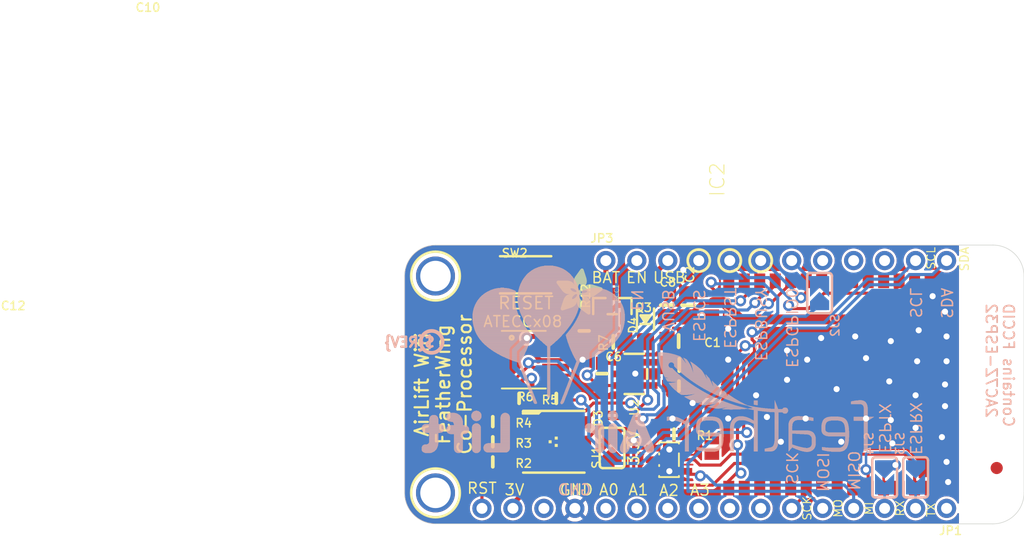
<source format=kicad_pcb>
(kicad_pcb (version 20221018) (generator pcbnew)
  (layers (0 "F.Cu" signal) (31 "B.Cu" signal) (34 "B.Paste" user) (35 "F.Paste" user) (36 "B.SilkS" user "B.Silkscreen") (37 "F.SilkS" user "F.Silkscreen") (38 "B.Mask" user) (39 "F.Mask" user) (44 "Edge.Cuts" user))
  (net 0 "")
  (net 1 "GND")
  (net 2 "VBUS")
  (net 3 "VBAT")
  (net 4 "3.3V")
  (net 5 "RESET")
  (net 6 "EN")
  (net 7 "A1")
  (net 8 "A0")
  (net 9 "MOSI")
  (net 10 "A5")
  (net 11 "SDA")
  (net 12 "SCL")
  (net 13 "D6")
  (net 14 "MISO")
  (net 15 "SCK")
  (net 16 "A4")
  (net 17 "A3")
  (net 18 "A2")
  (net 19 "N$7")
  (net 20 "ESP_GPIO0")
  (net 21 "D9")
  (net 22 "NC")
  (net 23 "D5")
  (net 24 "ESP_MISO")
  (net 25 "ESP_BUSY")
  (net 26 "ESP_TX")
  (net 27 "RED")
  (net 28 "BLUE")
  (net 29 "GREEN")
  (net 30 "ESP_CS")
  (net 31 "ESP_RX")
  (net 32 "ESP_RESET")
  (net 33 "N$1")
  (net 34 "N$2")
  (net 35 "N$3")
  (net 36 "N$4")
  (net 37 "N$5")
  (net 38 "N$6")
  (net 39 "N$8")
  (footprint "working:0603-NO" (layer "F.Cu") (at 145.1991 109.0676)
    (fp_text reference "R1")
    (fp_text value "10K")
  )
  (footprint "working:FIDUCIAL_1MM" (layer "F.Cu") (at 128.8415 95.758 -90)
    (fp_text reference "U$34" hide)
    (fp_text value "FIDUCIAL_1MM" hide)
  )
  (footprint "working:BTN_KMR2_4.6X2.8" (layer "F.Cu") (at 133.0325 96.012)
    (fp_text reference "SW2")
    (fp_text value "KMR2")
  )
  (footprint "working:MOUNTINGHOLE_2.5_PLATED" (layer "F.Cu") (at 125.6411 96.1136 -90)
    (fp_text reference "U$31" hide)
    (fp_text value "MOUNTINGHOLE2.5" hide)
  )
  (footprint "working:SOT23-R" (layer "F.Cu") (at 140.1445 98.5774)
    (fp_text reference "Q3")
    (fp_text value "DMG2305")
  )
  (footprint "" (layer "F.Cu") (at 171.3611 114.5921)
    (fp_text reference "@HOLE0" hide)
    (fp_text value "")
  )
  (footprint "working:SOD-123" (layer "F.Cu") (at 142.8623 99.6442 90)
    (fp_text reference "D4")
    (fp_text value "MBR120")
  )
  (footprint "working:1X12_ROUND_MIN" (layer "F.Cu") (at 153.5811 94.8436)
    (fp_text reference "JP3")
    (fp_text value "")
  )
  (footprint "working:WROOM32_SKINNY" (layer "F.Cu") (at 161.2011 105.0036 -90)
    (fp_text reference "X3" hide)
    (fp_text value "ESP32_WROOM32_SKINNY" hide)
  )
  (footprint "working:0603-NO" (layer "F.Cu") (at 132.4991 106.1466)
    (fp_text reference "R5")
    (fp_text value "10K")
  )
  (footprint "working:0805-NO" (layer "F.Cu") (at 145.5801 101.4476)
    (fp_text reference "C1")
    (fp_text value "10uF")
  )
  (footprint "" (layer "F.Cu") (at 171.3611 95.4786)
    (fp_text reference "@HOLE1" hide)
    (fp_text value "")
  )
  (footprint "working:0805-NO" (layer "F.Cu") (at 145.6309 103.4034)
    (fp_text reference "C10")
    (fp_text value "10uF")
  )
  (footprint "working:SOT23-5" (layer "F.Cu") (at 141.9479 104.14 -90)
    (fp_text reference "U2")
    (fp_text value "AP2112-3.3")
  )
  (footprint "working:0603-NO" (layer "F.Cu") (at 130.3401 109.7026)
    (fp_text reference "R3")
    (fp_text value "1K")
  )
  (footprint "working:0805-NO" (layer "F.Cu") (at 146.3675 98.5139 90)
    (fp_text reference "C2")
    (fp_text value "10uF")
  )
  (footprint "working:0603-NO" (layer "F.Cu") (at 130.3401 108.0516)
    (fp_text reference "R4")
    (fp_text value "1K")
  )
  (footprint "working:ADAFRUIT_3.5MM" (layer "F.Cu") (at 135.5471 99.2886)
    (fp_text reference "U$15" hide)
    (fp_text value "" hide)
  )
  (footprint "working:0603-NO" (layer "F.Cu") (at 137.8331 100.6094 90)
    (fp_text reference "R12")
    (fp_text value "100K")
  )
  (footprint "working:0603-NO" (layer "F.Cu") (at 145.6055 105.1306)
    (fp_text reference "C12")
    (fp_text value "0.1uF")
  )
  (footprint "working:RGBLED_PLCC6" (layer "F.Cu") (at 135.2931 109.7026 -90)
    (fp_text reference "D3")
    (fp_text value "")
  )
  (footprint "working:SOLDERJUMPER_ARROW_NOPASTE" (layer "F.Cu") (at 140.1191 110.2106 90)
    (fp_text reference "SJ1")
    (fp_text value "")
  )
  (footprint "working:FIDUCIAL_1MM" (layer "F.Cu") (at 171.6623 111.8546 -90)
    (fp_text reference "U$35" hide)
    (fp_text value "FIDUCIAL_1MM" hide)
  )
  (footprint "working:1X16_ROUND_MIN" (layer "F.Cu") (at 148.5011 115.1636 180)
    (fp_text reference "JP1")
    (fp_text value "")
  )
  (footprint "working:MOUNTINGHOLE_2.5_PLATED" (layer "F.Cu") (at 125.6411 113.8936 -90)
    (fp_text reference "U$32" hide)
    (fp_text value "MOUNTINGHOLE2.5" hide)
  )
  (footprint "working:SOT23-5L" (layer "F.Cu") (at 144.7927 111.1758 -90)
    (fp_text reference "IC2")
    (fp_text value "74AHC1G125")
  )
  (footprint "working:0603-NO" (layer "F.Cu") (at 135.5471 106.1466 180)
    (fp_text reference "R6")
    (fp_text value "10K")
  )
  (footprint "working:0805-NO" (layer "F.Cu") (at 140.2157 101.513 180)
    (fp_text reference "C6")
    (fp_text value "10µF")
  )
  (footprint "working:SOIC8" (layer "F.Cu") (at 132.8801 102.9716 -90)
    (fp_text reference "ECC1")
    (fp_text value "ATECCx08")
  )
  (footprint "working:0603-NO" (layer "F.Cu") (at 139.2936 104.1146 90)
    (fp_text reference "R7")
    (fp_text value "100K")
  )
  (footprint "working:0805-NO" (layer "F.Cu") (at 144.6253 98.492 90)
    (fp_text reference "C8")
    (fp_text value "10µF")
  )
  (footprint "working:0603-NO" (layer "F.Cu") (at 130.3401 111.3536)
    (fp_text reference "R2")
    (fp_text value "1K")
  )
  (footprint "working:SOLDERJUMPER_ARROW_NOPASTE" (layer "B.Cu") (at 165.0111 112.6236 -90)
    (fp_text reference "SJ3")
    (fp_text value "")
  )
  (footprint "working:AIRLIFT" (layer "B.Cu") (at 143.5481 111.9886 180)
    (fp_text reference "U$6" hide)
    (fp_text value "" hide)
  )
  (footprint "working:SOLDERJUMPER_ARROW_NOPASTE" (layer "B.Cu") (at 162.4711 112.6236 -90)
    (fp_text reference "SJ4")
    (fp_text value "")
  )
  (footprint "working:SOLDERJUMPER_ARROW_NOPASTE" (layer "B.Cu") (at 157.1371 97.5106 90)
    (fp_text reference "SJ2")
    (fp_text value "")
  )
  (footprint "working:FEATHERLOGO_MED" (layer "B.Cu") (at 161.7091 110.5916 180)
    (fp_text reference "U$7" hide)
    (fp_text value "" hide)
  )
  (footprint "working:PCBFEAT-REV-040" (layer "B.Cu") (at 125.3236 101.5111 180)
    (fp_text reference "U$13" hide)
    (fp_text value "" hide)
  )
  (gr_circle (center 149.7711 94.8436) (end 150.695671 94.8436) (stroke (width 0.2032)) (fill none) (layer "F.SilkS"))
  (gr_circle (center 152.3111 94.8436) (end 153.235671 94.8436) (stroke (width 0.2032)) (fill none) (layer "F.SilkS"))
  (gr_circle (center 147.2311 94.8436) (end 148.146909 94.8436) (stroke (width 0.2032)) (fill none) (layer "F.SilkS"))
  (gr_arc (start 171.3611 93.5736) (mid 173.157151 94.317549) (end 173.9011 96.1136) (stroke (width 0.05)) (layer "Edge.Cuts"))
  (gr_line (start 171.3611 93.5736) (end 125.6411 93.5736) (stroke (width 0.05)) (layer "Edge.Cuts"))
  (gr_arc (start 173.9011 113.8936) (mid 173.157151 115.689651) (end 171.3611 116.4336) (stroke (width 0.05)) (layer "Edge.Cuts"))
  (gr_line (start 123.1011 96.1136) (end 123.1011 113.8936) (stroke (width 0.05)) (layer "Edge.Cuts"))
  (gr_line (start 173.9011 113.8936) (end 173.9011 96.1136) (stroke (width 0.05)) (layer "Edge.Cuts"))
  (gr_arc (start 123.1011 96.1136) (mid 123.845049 94.317549) (end 125.6411 93.5736) (stroke (width 0.05)) (layer "Edge.Cuts"))
  (gr_arc (start 125.6411 116.4336) (mid 123.845049 115.689651) (end 123.1011 113.8936) (stroke (width 0.05)) (layer "Edge.Cuts"))
  (gr_line (start 125.6411 116.4336) (end 171.3611 116.4336) (stroke (width 0.05)) (layer "Edge.Cuts"))
  (gr_text "MOSI" (at 157.3911 113.8936 -90) (layer "B.SilkS") (effects (font (size 0.89408 0.89408) (thickness 0.12192)) (justify left mirror)))
  (gr_text "MISO" (at 159.9311 113.7666 -90) (layer "B.SilkS") (effects (font (size 0.89408 0.89408) (thickness 0.12192)) (justify left mirror)))
  (gr_text "ESPTX" (at 162.4711 110.7186 -90) (layer "B.SilkS") (effects (font (size 0.89408 0.89408) (thickness 0.12192)) (justify left mirror)))
  (gr_text "SCK" (at 154.8511 113.2586 -90) (layer "B.SilkS") (effects (font (size 0.89408 0.89408) (thickness 0.12192)) (justify left mirror)))
  (gr_text "SDA" (at 167.5511 97.0026 -90) (layer "B.SilkS") (effects (font (size 0.89408 0.89408) (thickness 0.12192)) (justify right mirror)))
  (gr_text "SCL" (at 165.0111 97.0026 -90) (layer "B.SilkS") (effects (font (size 0.89408 0.89408) (thickness 0.12192)) (justify right mirror)))
  (gr_text "ESPRX" (at 165.0111 110.8456 -90) (layer "B.SilkS") (effects (font (size 0.89408 0.89408) (thickness 0.12192)) (justify left mirror)))
  (gr_text "ESPCS" (at 147.2311 97.1296 -90) (layer "B.SilkS") (effects (font (size 0.89408 0.89408) (thickness 0.12192)) (justify right mirror)))
  (gr_text "EN" (at 142.1511 97.1296 -90) (layer "B.SilkS") (effects (font (size 0.89408 0.89408) (thickness 0.12192)) (justify right mirror)))
  (gr_text "ESPBUSY" (at 152.3111 97.0026 -90) (layer "B.SilkS") (effects (font (size 0.89408 0.89408) (thickness 0.12192)) (justify right mirror)))
  (gr_text "ESPGPIO0" (at 154.8511 97.0026 -90) (layer "B.SilkS") (effects (font (size 0.89408 0.89408) (thickness 0.12192)) (justify right mirror)))
  (gr_text "ESPRST" (at 149.7711 97.0026 -90) (layer "B.SilkS") (effects (font (size 0.89408 0.89408) (thickness 0.12192)) (justify right mirror)))
  (gr_text "GND" (at 138.4681 113.6396) (layer "B.SilkS") (effects (font (size 0.89408 0.89408) (thickness 0.12192)) (justify left mirror)))
  (gr_text "Contains FCCID\n2AC7Z-ESP32" (at 173.1391 98.2726 -90) (layer "B.SilkS") (effects (font (size 0.87376 0.87376) (thickness 0.14224)) (justify right top mirror)))
  (gr_text "VUSB" (at 144.6911 97.1296 -90) (layer "B.SilkS") (effects (font (size 0.89408 0.89408) (thickness 0.12192)) (justify right mirror)))
  (gr_text "A2" (at 144.7927 113.6904) (layer "F.SilkS") (effects (font (size 0.89408 0.89408) (thickness 0.12192))))
  (gr_text "SCL" (at 166.2811 94.6531 90) (layer "F.SilkS") (effects (font (size 0.67056 0.67056) (thickness 0.09144))))
  (gr_text "ATECCx08" (at 132.8039 99.8474) (layer "F.SilkS") (effects (font (size 0.89408 0.89408) (thickness 0.12192))))
  (gr_text "RESET" (at 133.0579 98.3234) (layer "F.SilkS") (effects (font (size 1.00584 1.00584) (thickness 0.13716))))
  (gr_text "MI" (at 161.2011 115.1636 90) (layer "F.SilkS") (effects (font (size 0.67056 0.67056) (thickness 0.09144))))
  (gr_text "GND" (at 137.1981 113.6396) (layer "F.SilkS") (effects (font (size 0.89408 0.89408) (thickness 0.12192))))
  (gr_text "USB" (at 144.8181 96.2406) (layer "F.SilkS") (effects (font (size 0.89408 0.89408) (thickness 0.12192))))
  (gr_text "MO" (at 158.6611 115.1636 90) (layer "F.SilkS") (effects (font (size 0.692912 0.692912) (thickness 0.094488))))
  (gr_text "3.3V" (at 141.8971 110.2106 90) (layer "F.SilkS") (effects (font (size 0.89408 0.89408) (thickness 0.12192))))
  (gr_text "RX" (at 163.7411 115.1636 90) (layer "F.SilkS") (effects (font (size 0.67056 0.67056) (thickness 0.09144))))
  (gr_text "EN" (at 142.1511 96.2406) (layer "F.SilkS") (effects (font (size 0.89408 0.89408) (thickness 0.12192))))
  (gr_text "A0" (at 139.8651 113.6396) (layer "F.SilkS") (effects (font (size 0.89408 0.89408) (thickness 0.12192))))
  (gr_text "SCK" (at 156.1211 115.1636 90) (layer "F.SilkS") (effects (font (size 0.67056 0.67056) (thickness 0.09144))))
  (gr_text "TX" (at 166.2811 115.2906 90) (layer "F.SilkS") (effects (font (size 0.67056 0.67056) (thickness 0.09144))))
  (gr_text "3V" (at 132.1181 113.6396) (layer "F.SilkS") (effects (font (size 0.89408 0.89408) (thickness 0.12192))))
  (gr_text "A1" (at 142.2781 113.6396) (layer "F.SilkS") (effects (font (size 0.89408 0.89408) (thickness 0.12192))))
  (gr_text "A3" (at 147.3327 113.665) (layer "F.SilkS") (effects (font (size 0.89408 0.89408) (thickness 0.12192))))
  (gr_text "SDA" (at 169.0116 94.7166 90) (layer "F.SilkS") (effects (font (size 0.715264 0.715264) (thickness 0.097536))))
  (gr_text "BAT" (at 139.6111 96.2406) (layer "F.SilkS") (effects (font (size 0.89408 0.89408) (thickness 0.12192))))
  (gr_text "AirLift Wifi\nFeatherWing\nCo-Processor" (at 126.2761 105.0036 90) (layer "F.SilkS") (effects (font (size 1.0922 1.0922) (thickness 0.1778))))
  (gr_text "RST" (at 129.4511 113.5126) (layer "F.SilkS") (effects (font (size 0.89408 0.89408) (thickness 0.12192))))
  (via (at 165.2651 100.5586) (size 0.9064) (drill 0.5) (layers "F.Cu" "B.Cu") (net 1))
  (via (at 167.5511 111.3536) (size 0.9064) (drill 0.5) (layers "F.Cu" "B.Cu") (net 1))
  (via (at 167.4241 106.7816) (size 0.9064) (drill 0.5) (layers "F.Cu" "B.Cu") (net 1))
  (via (at 154.4701 102.2096) (size 0.9064) (drill 0.5) (layers "F.Cu" "B.Cu") (net 1))
  (via (at 160.9471 107.7976) (size 0.9064) (drill 0.5) (layers "F.Cu" "B.Cu") (net 1))
  (via (at 145.9611 95.6056) (size 0.9064) (drill 0.5) (layers "F.Cu" "B.Cu") (net 1))
  (via (at 149.6441 102.9716) (size 0.9064) (drill 0.5) (layers "F.Cu" "B.Cu") (net 1))
  (via (at 149.6441 107.7976) (size 0.9064) (drill 0.5) (layers "F.Cu" "B.Cu") (net 1))
  (via (at 160.0581 101.0666) (size 0.9064) (drill 0.5) (layers "F.Cu" "B.Cu") (net 1))
  (via (at 167.6781 113.0046) (size 0.9064) (drill 0.5) (layers "F.Cu" "B.Cu") (net 1))
  (via (at 160.9471 102.8446) (size 0.9064) (drill 0.5) (layers "F.Cu" "B.Cu") (net 1))
  (via (at 163.1061 109.8296) (size 0.9064) (drill 0.5) (layers "F.Cu" "B.Cu") (net 1))
  (via (at 146.7231 106.5276) (size 0.9064) (drill 0.5) (layers "F.Cu" "B.Cu") (net 1))
  (via (at 165.0111 105.8926) (size 0.9064) (drill 0.5) (layers "F.Cu" "B.Cu") (net 1))
  (via (at 142.0241 104.1146) (size 0.9064) (drill 0.5) (layers "F.Cu" "B.Cu") (net 1))
  (via (at 167.4241 99.0346) (size 0.9064) (drill 0.5) (layers "F.Cu" "B.Cu") (net 1))
  (via (at 167.5511 103.0986) (size 0.9064) (drill 0.5) (layers "F.Cu" "B.Cu") (net 1))
  (via (at 165.1381 103.0986) (size 0.9064) (drill 0.5) (layers "F.Cu" "B.Cu") (net 1))
  (via (at 151.9301 105.8926) (size 0.9064) (drill 0.5) (layers "F.Cu" "B.Cu") (net 1))
  (via (at 156.1211 102.9716) (size 0.9064) (drill 0.5) (layers "F.Cu" "B.Cu") (net 1))
  (via (at 154.4701 104.6226) (size 0.9064) (drill 0.5) (layers "F.Cu" "B.Cu") (net 1))
  (via (at 144.8181 110.3376) (size 0.9064) (drill 0.5) (layers "F.Cu" "B.Cu") (net 1))
  (via (at 158.5341 105.3846) (size 0.9064) (drill 0.5) (layers "F.Cu" "B.Cu") (net 1))
  (via (at 162.9791 107.9246) (size 0.9064) (drill 0.5) (layers "F.Cu" "B.Cu") (net 1))
  (via (at 144.8181 112.1156) (size 0.9064) (drill 0.5) (layers "F.Cu" "B.Cu") (net 1))
  (via (at 157.2641 101.1936) (size 0.9064) (drill 0.5) (layers "F.Cu" "B.Cu") (net 1))
  (via (at 153.9621 109.7026) (size 0.9064) (drill 0.5) (layers "F.Cu" "B.Cu") (net 1))
  (via (at 167.4241 105.0036) (size 0.9064) (drill 0.5) (layers "F.Cu" "B.Cu") (net 1))
  (via (at 158.9151 109.7026) (size 0.9064) (drill 0.5) (layers "F.Cu" "B.Cu") (net 1))
  (via (at 162.9791 101.4476) (size 0.9064) (drill 0.5) (layers "F.Cu" "B.Cu") (net 1))
  (via (at 155.9941 107.7976) (size 0.9064) (drill 0.5) (layers "F.Cu" "B.Cu") (net 1))
  (via (at 137.7061 102.9716) (size 0.9064) (drill 0.5) (layers "F.Cu" "B.Cu") (net 1))
  (via (at 167.5511 101.0666) (size 0.9064) (drill 0.5) (layers "F.Cu" "B.Cu") (net 1))
  (via (at 149.6441 100.4316) (size 0.9064) (drill 0.5) (layers "F.Cu" "B.Cu") (net 1))
  (via (at 166.4081 97.7646) (size 0.9064) (drill 0.5) (layers "F.Cu" "B.Cu") (net 1))
  (via (at 165.0111 108.5596) (size 0.9064) (drill 0.5) (layers "F.Cu" "B.Cu") (net 1))
  (via (at 162.8521 104.7496) (size 0.9064) (drill 0.5) (layers "F.Cu" "B.Cu") (net 1))
  (via (at 167.1701 109.3216) (size 0.9064) (drill 0.5) (layers "F.Cu" "B.Cu") (net 1))
  (via (at 145.0721 107.7976) (size 0.9064) (drill 0.5) (layers "F.Cu" "B.Cu") (net 1))
  (via (at 152.8191 107.6706) (size 0.9064) (drill 0.5) (layers "F.Cu" "B.Cu") (net 1))
  (segment (start 142.9131 96.6216) (end 142.9131 97.7434) (width 0.4064) (layer "F.Cu") (net 2))
  (segment (start 142.1299 98.5266) (end 140.5001 98.5266) (width 0.4064) (layer "F.Cu") (net 2))
  (segment (start 142.8623 97.7942) (end 142.862296 97.794204) (width 0.254) (layer "F.Cu") (net 2))
  (segment (start 144.6911 94.8436) (end 142.9131 96.6216) (width 0.4064) (layer "F.Cu") (net 2))
  (segment (start 142.862296 97.794204) (end 142.1299 98.5266) (width 0.4064) (layer "F.Cu") (net 2))
  (segment (start 139.0125 99.7594) (end 137.8331 99.7594) (width 0.4064) (layer "F.Cu") (net 2))
  (segment (start 139.4493 99.5774) (end 139.1945 99.5774) (width 0.4064) (layer "F.Cu") (net 2))
  (segment (start 139.1945 99.5774) (end 139.0125 99.7594) (width 0.4064) (layer "F.Cu") (net 2))
  (segment (start 142.9131 97.7434) (end 142.8623 97.7942) (width 0.4064) (layer "F.Cu") (net 2))
  (segment (start 140.5001 98.5266) (end 139.4493 99.5774) (width 0.4064) (layer "F.Cu") (net 2))
  (segment (start 139.6111 94.8436) (end 139.6111 97.044) (width 0.4064) (layer "F.Cu") (net 3))
  (segment (start 140.1445 97.5774) (end 139.6111 97.044) (width 0.4064) (layer "F.Cu") (net 3))
  (segment (start 147.5842 98.2472) (end 148.420812 98.2472) (width 0.4064) (layer "F.Cu") (net 4))
  (segment (start 138.372912 112.3696) (end 138.9245 111.818013) (width 0.4064) (layer "F.Cu") (net 4))
  (segment (start 147.4985 98.341713) (end 146.376312 99.4639) (width 0.4064) (layer "F.Cu") (net 4))
  (segment (start 135.6741 112.3696) (end 138.372912 112.3696) (width 0.4064) (layer "F.Cu") (net 4))
  (segment (start 162.9791 99.6696) (end 150.6601 99.6696) (width 0.8128) (layer "F.Cu") (net 4))
  (segment (start 140.1191 109.1946) (end 140.6271 108.6866) (width 0.4064) (layer "F.Cu") (net 4))
  (segment (start 144.6301 101.4476) (end 144.6301 103.3526) (width 0.4064) (layer "F.Cu") (net 4))
  (segment (start 145.162362 106.5276) (end 143.003362 108.6866) (width 0.4064) (layer "F.Cu") (net 4))
  (segment (start 135.0391 106.7426) (end 134.6971 106.4006) (width 0.4064) (layer "F.Cu") (net 4))
  (segment (start 146.3675 99.4639) (end 144.6472 99.4639) (width 0.8128) (layer "F.Cu") (net 4))
  (segment (start 135.4963 101.0666) (end 133.2611 101.0666) (width 0.4064) (layer "F.Cu") (net 4))
  (segment (start 146.0491 107.1236) (end 145.4531 106.5276) (width 0.4064) (layer "F.Cu") (net 4))
  (segment (start 148.420812 98.2472) (end 149.2377 98.2472) (width 0.8128) (layer "F.Cu") (net 4))
  (segment (start 134.6971 106.1466) (end 133.3491 106.1466) (width 0.254) (layer "F.Cu") (net 4))
  (segment (start 162.9791 99.6696) (end 164.9311 97.7176) (width 0.8128) (layer "F.Cu") (net 4))
  (segment (start 138.9245 110.3892) (end 140.1191 109.1946) (width 0.4064) (layer "F.Cu") (net 4))
  (segment (start 146.3675 99.4639) (end 146.376312 99.4639) (width 0.4064) (layer "F.Cu") (net 4))
  (segment (start 144.6301 101.4476) (end 144.6301 99.481) (width 0.4064) (layer "F.Cu") (net 4))
  (segment (start 133.2611 101.0666) (end 133.1341 101.1936) (width 0.4064) (layer "F.Cu") (net 4))
  (segment (start 144.6301 99.481) (end 144.6472 99.4639) (width 0.4064) (layer "F.Cu") (net 4))
  (segment (start 147.4985 98.341713) (end 147.4985 98.3329) (width 0.4064) (layer "F.Cu") (net 4))
  (segment (start 143.248 103.19) (end 144.4675 103.19) (width 0.4064) (layer "F.Cu") (net 4))
  (segment (start 134.6971 106.1466) (end 133.5541 106.1466) (width 0.4064) (layer "F.Cu") (net 4))
  (segment (start 145.4531 106.5276) (end 144.7555 105.83) (width 0.4064) (layer "F.Cu") (net 4))
  (segment (start 147.4985 98.3329) (end 147.5842 98.2472) (width 0.4064) (layer "F.Cu") (net 4))
  (segment (start 144.7555 105.1306) (end 144.7555 105.83) (width 0.4064) (layer "F.Cu") (net 4))
  (segment (start 145.162362 106.5276) (end 145.4531 106.5276) (width 0.4064) (layer "F.Cu") (net 4))
  (segment (start 146.0927 109.1112) (end 146.0491 109.0676) (width 0.4064) (layer "F.Cu") (net 4))
  (segment (start 138.9245 111.818013) (end 138.9245 110.3892) (width 0.4064) (layer "F.Cu") (net 4))
  (segment (start 144.7555 103.478) (end 144.7555 105.1306) (width 0.4064) (layer "F.Cu") (net 4))
  (segment (start 134.6971 106.4006) (end 134.6971 106.1466) (width 0.4064) (layer "F.Cu") (net 4))
  (segment (start 135.0391 111.7346) (end 135.0391 106.7426) (width 0.4064) (layer "F.Cu") (net 4))
  (segment (start 144.4675 103.19) (end 144.6809 103.4034) (width 0.4064) (layer "F.Cu") (net 4))
  (segment (start 146.0927 110.2258) (end 146.0927 109.1112) (width 0.4064) (layer "F.Cu") (net 4))
  (segment (start 133.5151 104.4956) (end 133.5541 104.5346) (width 0.4064) (layer "F.Cu") (net 4))
  (segment (start 144.6301 103.3526) (end 144.6809 103.4034) (width 0.4064) (layer "F.Cu") (net 4))
  (segment (start 150.6601 99.6696) (end 149.2377 98.2472) (width 0.8128) (layer "F.Cu") (net 4))
  (segment (start 164.9311 97.7176) (end 164.9311 96.5036) (width 0.8128) (layer "F.Cu") (net 4))
  (segment (start 135.6741 112.3696) (end 135.0391 111.7346) (width 0.4064) (layer "F.Cu") (net 4))
  (segment (start 144.6472 99.4639) (end 144.6253 99.442) (width 0.8128) (layer "F.Cu") (net 4))
  (segment (start 146.0491 107.1236) (end 146.0491 109.0676) (width 0.4064) (layer "F.Cu") (net 4))
  (segment (start 144.7555 103.478) (end 144.6809 103.4034) (width 0.4064) (layer "F.Cu") (net 4))
  (segment (start 140.6271 108.6866) (end 143.003362 108.6866) (width 0.4064) (layer "F.Cu") (net 4))
  (segment (start 133.5541 104.5346) (end 133.5541 106.1466) (width 0.4064) (layer "F.Cu") (net 4))
  (via (at 133.1341 101.1936) (size 0.9064) (drill 0.5) (layers "F.Cu" "B.Cu") (net 4))
  (via (at 133.5151 104.4956) (size 0.9064) (drill 0.5) (layers "F.Cu" "B.Cu") (net 4))
  (segment (start 133.1341 101.1936) (end 132.1181 102.2096) (width 0.4064) (layer "B.Cu") (net 4))
  (segment (start 132.1181 102.2096) (end 132.1181 103.6066) (width 0.4064) (layer "B.Cu") (net 4))
  (segment (start 133.5151 104.4956) (end 133.0071 104.4956) (width 0.4064) (layer "B.Cu") (net 4))
  (segment (start 133.0071 104.4956) (end 132.1181 103.6066) (width 0.4064) (layer "B.Cu") (net 4))
  (segment (start 129.4511 115.1636) (end 129.4511 113.7666) (width 0.254) (layer "F.Cu") (net 5))
  (segment (start 130.9825 96.812) (end 135.0825 96.812) (width 0.254) (layer "F.Cu") (net 5))
  (segment (start 128.1811 112.4966) (end 128.1811 99.4156) (width 0.254) (layer "F.Cu") (net 5))
  (segment (start 128.1811 99.4156) (end 130.7847 96.812) (width 0.254) (layer "F.Cu") (net 5))
  (segment (start 130.7847 96.812) (end 130.9825 96.812) (width 0.254) (layer "F.Cu") (net 5))
  (segment (start 129.4511 113.7666) (end 128.1811 112.4966) (width 0.254) (layer "F.Cu") (net 5))
  (segment (start 138.8101 104.9646) (end 138.0871 104.2416) (width 0.254) (layer "F.Cu") (net 6))
  (segment (start 139.2936 104.9646) (end 138.8101 104.9646) (width 0.254) (layer "F.Cu") (net 6))
  (segment (start 139.419 105.09) (end 139.2936 104.9646) (width 0.254) (layer "F.Cu") (net 6))
  (segment (start 140.6478 105.09) (end 139.419 105.09) (width 0.254) (layer "F.Cu") (net 6))
  (via (at 138.0871 104.2416) (size 0.9064) (drill 0.5) (layers "F.Cu" "B.Cu") (net 6))
  (segment (start 140.5001 100.586682) (end 138.5951 102.491682) (width 0.254) (layer "B.Cu") (net 6))
  (segment (start 138.0871 104.2416) (end 138.5951 103.7336) (width 0.254) (layer "B.Cu") (net 6))
  (segment (start 141.7701 94.8436) (end 140.5001 96.1136) (width 0.254) (layer "B.Cu") (net 6))
  (segment (start 138.5951 102.491682) (end 138.5951 103.7336) (width 0.254) (layer "B.Cu") (net 6))
  (segment (start 142.1511 94.8436) (end 141.7701 94.8436) (width 0.254) (layer "B.Cu") (net 6))
  (segment (start 140.5001 96.1136) (end 140.5001 100.586682) (width 0.254) (layer "B.Cu") (net 6))
  (segment (start 151.598725 100.707) (end 151.598725 101.31425) (width 0.254) (layer "F.Cu") (net 9))
  (segment (start 148.7551 97.5106) (end 148.2471 97.0026) (width 0.254) (layer "F.Cu") (net 9))
  (segment (start 151.598725 101.31425) (end 151.7991 101.514625) (width 0.254) (layer "F.Cu") (net 9))
  (segment (start 151.7991 102.3406) (end 150.9141 103.2256) (width 0.254) (layer "F.Cu") (net 9))
  (segment (start 148.2471 97.0026) (end 148.2471 96.6216) (width 0.254) (layer "F.Cu") (net 9))
  (segment (start 150.9141 103.2256) (end 150.9141 108.6906) (width 0.254) (layer "F.Cu") (net 9))
  (segment (start 150.9611 96.7576) (end 150.2081 97.5106) (width 0.254) (layer "F.Cu") (net 9))
  (segment (start 151.7991 101.514625) (end 151.7991 102.3406) (width 0.254) (layer "F.Cu") (net 9))
  (segment (start 150.9611 96.7576) (end 150.9611 96.5036) (width 0.254) (layer "F.Cu") (net 9))
  (segment (start 150.2081 97.5106) (end 148.7551 97.5106) (width 0.254) (layer "F.Cu") (net 9))
  (segment (start 150.9141 108.6906) (end 151.1641 108.9406) (width 0.254) (layer "F.Cu") (net 9))
  (via (at 151.598725 100.707) (size 0.9064) (drill 0.5) (layers "F.Cu" "B.Cu") (net 9))
  (via (at 148.2471 96.6216) (size 0.9064) (drill 0.5) (layers "F.Cu" "B.Cu") (net 9))
  (via (at 151.1641 108.9406) (size 0.9064) (drill 0.5) (layers "F.Cu" "B.Cu") (net 9))
  (segment (start 151.1641 108.9406) (end 148.8821 108.9406) (width 0.254) (layer "B.Cu") (net 9))
  (segment (start 151.812918 100.707) (end 151.598725 100.707) (width 0.254) (layer "B.Cu") (net 9))
  (segment (start 157.3911 115.1636) (end 155.9941 113.7666) (width 0.254) (layer "B.Cu") (net 9))
  (segment (start 153.7041 97.8876) (end 152.5651 96.7486) (width 0.254) (layer "B.Cu") (net 9))
  (segment (start 151.982018 100.8761) (end 151.812918 100.707) (width 0.254) (layer "B.Cu") (net 9))
  (segment (start 148.5011 96.6216) (end 148.2471 96.6216) (width 0.254) (layer "B.Cu") (net 9))
  (segment (start 153.7041 97.8876) (end 153.7041 99.154019) (width 0.254) (layer "B.Cu") (net 9))
  (segment (start 152.5651 96.7486) (end 148.6281 96.7486) (width 0.254) (layer "B.Cu") (net 9))
  (segment (start 155.9941 113.7666) (end 146.3421 113.7666) (width 0.254) (layer "B.Cu") (net 9))
  (segment (start 148.8821 108.9406) (end 146.3421 111.4806) (width 0.254) (layer "B.Cu") (net 9))
  (segment (start 153.7041 99.154019) (end 151.982018 100.8761) (width 0.254) (layer "B.Cu") (net 9))
  (segment (start 148.6281 96.7486) (end 148.5011 96.6216) (width 0.254) (layer "B.Cu") (net 9))
  (segment (start 146.3421 111.4806) (end 146.3421 113.7666) (width 0.254) (layer "B.Cu") (net 9))
  (segment (start 136.5281 106.2776) (end 136.3971 106.1466) (width 0.254) (layer "F.Cu") (net 11))
  (segment (start 137.5791 106.2776) (end 136.5281 106.2776) (width 0.254) (layer "F.Cu") (net 11))
  (segment (start 135.4963 105.2458) (end 136.3971 106.1466) (width 0.254) (layer "F.Cu") (net 11))
  (segment (start 135.4963 104.8766) (end 135.4963 105.2458) (width 0.254) (layer "F.Cu") (net 11))
  (via (at 137.5791 106.2776) (size 0.9064) (drill 0.5) (layers "F.Cu" "B.Cu") (net 11))
  (segment (start 140.3731 111.4806) (end 138.2141 109.3216) (width 0.254) (layer "B.Cu") (net 11))
  (segment (start 145.591681 109.4486) (end 144.5641 109.4486) (width 0.254) (layer "B.Cu") (net 11))
  (segment (start 167.5511 94.8436) (end 166.4081 95.9866) (width 0.254) (layer "B.Cu") (net 11))
  (segment (start 144.5641 109.4486) (end 142.5321 111.4806) (width 0.254) (layer "B.Cu") (net 11))
  (segment (start 164.514681 95.9866) (end 163.676481 96.8248) (width 0.254) (layer "B.Cu") (net 11))
  (segment (start 138.2141 106.9126) (end 138.2141 109.3216) (width 0.254) (layer "B.Cu") (net 11))
  (segment (start 163.676481 96.8248) (end 161.263481 96.8248) (width 0.254) (layer "B.Cu") (net 11))
  (segment (start 142.5321 111.4806) (end 140.3731 111.4806) (width 0.254) (layer "B.Cu") (net 11))
  (segment (start 157.707481 100.3808) (end 154.659481 100.3808) (width 0.254) (layer "B.Cu") (net 11))
  (segment (start 161.263481 96.8248) (end 157.707481 100.3808) (width 0.254) (layer "B.Cu") (net 11))
  (segment (start 138.2141 106.9126) (end 137.5791 106.2776) (width 0.254) (layer "B.Cu") (net 11))
  (segment (start 154.659481 100.3808) (end 145.591681 109.4486) (width 0.254) (layer "B.Cu") (net 11))
  (segment (start 166.4081 95.9866) (end 164.514681 95.9866) (width 0.254) (layer "B.Cu") (net 11))
  (segment (start 133.2611 103.2256) (end 133.6421 103.6066) (width 0.254) (layer "F.Cu") (net 12))
  (segment (start 135.4963 103.6066) (end 133.6421 103.6066) (width 0.254) (layer "F.Cu") (net 12))
  (segment (start 133.2611 103.4796) (end 133.2611 103.2256) (width 0.254) (layer "F.Cu") (net 12))
  (segment (start 132.0301 104.7106) (end 133.2611 103.4796) (width 0.254) (layer "F.Cu") (net 12))
  (segment (start 132.0301 104.7106) (end 132.0301 105.7656) (width 0.254) (layer "F.Cu") (net 12))
  (segment (start 131.6491 106.1466) (end 132.0301 105.7656) (width 0.254) (layer "F.Cu") (net 12))
  (via (at 133.2611 103.2256) (size 0.9064) (drill 0.5) (layers "F.Cu" "B.Cu") (net 12))
  (segment (start 154.4701 99.9236) (end 145.4531 108.9406) (width 0.254) (layer "B.Cu") (net 12))
  (segment (start 165.0111 94.8436) (end 163.4871 96.3676) (width 0.254) (layer "B.Cu") (net 12))
  (segment (start 157.5181 99.9236) (end 154.4701 99.9236) (width 0.254) (layer "B.Cu") (net 12))
  (segment (start 163.4871 96.3676) (end 161.0741 96.3676) (width 0.254) (layer "B.Cu") (net 12))
  (segment (start 161.0741 96.3676) (end 157.5181 99.9236) (width 0.254) (layer "B.Cu") (net 12))
  (segment (start 138.8491 106.2736) (end 138.8491 109.1946) (width 0.254) (layer "B.Cu") (net 12))
  (segment (start 145.4531 108.9406) (end 144.3101 108.9406) (width 0.254) (layer "B.Cu") (net 12))
  (segment (start 140.6779 111.0234) (end 138.8491 109.1946) (width 0.254) (layer "B.Cu") (net 12))
  (segment (start 144.3101 108.9406) (end 142.2273 111.0234) (width 0.254) (layer "B.Cu") (net 12))
  (segment (start 135.6741 103.0986) (end 133.3881 103.0986) (width 0.254) (layer "B.Cu") (net 12))
  (segment (start 138.8491 106.2736) (end 135.6741 103.0986) (width 0.254) (layer "B.Cu") (net 12))
  (segment (start 133.3881 103.0986) (end 133.2611 103.2256) (width 0.254) (layer "B.Cu") (net 12))
  (segment (start 142.2273 111.0234) (end 140.6779 111.0234) (width 0.254) (layer "B.Cu") (net 12))
  (segment (start 147.3581 112.4966) (end 147.2311 112.3696) (width 0.254) (layer "F.Cu") (net 14))
  (segment (start 147.2311 112.3696) (end 146.3365 112.3696) (width 0.254) (layer "F.Cu") (net 14))
  (segment (start 146.3365 112.3696) (end 146.0927 112.1258) (width 0.254) (layer "F.Cu") (net 14))
  (via (at 147.3581 112.4966) (size 0.9064) (drill 0.5) (layers "F.Cu" "B.Cu") (net 14))
  (segment (start 147.8661 112.4966) (end 147.3581 112.4966) (width 0.254) (layer "B.Cu") (net 14))
  (segment (start 159.9311 115.1636) (end 159.9311 114.0206) (width 0.254) (layer "B.Cu") (net 14))
  (segment (start 159.1691 113.2586) (end 148.6281 113.2586) (width 0.254) (layer "B.Cu") (net 14))
  (segment (start 148.6281 113.2586) (end 147.8661 112.4966) (width 0.254) (layer "B.Cu") (net 14))
  (segment (start 159.9311 114.0206) (end 159.1691 113.2586) (width 0.254) (layer "B.Cu") (net 14))
  (segment (start 156.0411 113.9736) (end 154.8511 115.1636) (width 0.254) (layer "F.Cu") (net 15))
  (segment (start 156.0411 113.5036) (end 156.0411 113.9736) (width 0.254) (layer "F.Cu") (net 15))
  (segment (start 142.8435 101.513) (end 141.1657 101.513) (width 0.4064) (layer "F.Cu") (net 19))
  (segment (start 142.8623 101.4942) (end 142.8435 101.513) (width 0.4064) (layer "F.Cu") (net 19))
  (segment (start 140.6478 103.19) (end 139.3682 103.19) (width 0.4064) (layer "F.Cu") (net 19))
  (segment (start 141.1657 99.6486) (end 141.0945 99.5774) (width 0.4064) (layer "F.Cu") (net 19))
  (segment (start 140.7847 103.19) (end 140.6478 103.19) (width 0.4064) (layer "F.Cu") (net 19))
  (segment (start 139.3682 103.19) (end 139.2936 103.2646) (width 0.4064) (layer "F.Cu") (net 19))
  (segment (start 141.1657 99.6486) (end 141.1657 101.513) (width 0.4064) (layer "F.Cu") (net 19))
  (segment (start 141.1657 101.513) (end 140.7847 101.894) (width 0.4064) (layer "F.Cu") (net 19))
  (segment (start 140.7847 101.894) (end 140.7847 103.19) (width 0.4064) (layer "F.Cu") (net 19))
  (segment (start 150.686075 112.2726) (end 150.33005 112.2726) (width 0.254) (layer "F.Cu") (net 20))
  (segment (start 150.4061 102.4636) (end 150.4061 109.9606) (width 0.254) (layer "F.Cu") (net 20))
  (segment (start 149.6911 113.5036) (end 149.395075 113.207575) (width 0.254) (layer "F.Cu") (net 20))
  (segment (start 151.0411 101.8286) (end 150.4061 102.4636) (width 0.254) (layer "F.Cu") (net 20))
  (segment (start 150.33005 112.2726) (end 149.395075 113.207575) (width 0.254) (layer "F.Cu") (net 20))
  (via (at 150.4061 109.9606) (size 0.9064) (drill 0.5) (layers "F.Cu" "B.Cu") (net 20))
  (via (at 151.0411 101.8286) (size 0.9064) (drill 0.5) (layers "F.Cu" "B.Cu") (net 20))
  (via (at 150.686075 112.2726) (size 0.9064) (drill 0.5) (layers "F.Cu" "B.Cu") (net 20))
  (segment (start 150.4061 111.992625) (end 150.686075 112.2726) (width 0.254) (layer "B.Cu") (net 20))
  (segment (start 157.1371 98.5266) (end 155.9941 99.4156) (width 0.254) (layer "B.Cu") (net 20))
  (segment (start 155.9941 99.4156) (end 154.2161 99.4156) (width 0.254) (layer "B.Cu") (net 20))
  (segment (start 150.4061 109.9606) (end 150.4061 111.992625) (width 0.254) (layer "B.Cu") (net 20))
  (segment (start 154.2161 99.4156) (end 151.8031 101.8286) (width 0.254) (layer "B.Cu") (net 20))
  (segment (start 151.8031 101.8286) (end 151.0411 101.8286) (width 0.254) (layer "B.Cu") (net 20))
  (segment (start 149.8981 110.7186) (end 164.1221 110.7186) (width 0.254) (layer "F.Cu") (net 24))
  (segment (start 164.1221 110.7186) (end 164.9311 111.5276) (width 0.254) (layer "F.Cu") (net 24))
  (segment (start 147.32085 111.6154) (end 146.88125 111.1758) (width 0.254) (layer "F.Cu") (net 24))
  (segment (start 164.9311 111.5276) (end 164.9311 113.5036) (width 0.254) (layer "F.Cu") (net 24))
  (segment (start 149.8981 110.7186) (end 149.0013 111.6154) (width 0.254) (layer "F.Cu") (net 24))
  (segment (start 143.4927 111.1758) (end 146.88125 111.1758) (width 0.254) (layer "F.Cu") (net 24))
  (segment (start 149.0013 111.6154) (end 147.32085 111.6154) (width 0.254) (layer "F.Cu") (net 24))
  (segment (start 156.0411 96.5036) (end 156.0411 97.4636) (width 0.254) (layer "F.Cu") (net 25))
  (segment (start 156.0411 97.4636) (end 155.6131 97.8916) (width 0.254) (layer "F.Cu") (net 25))
  (via (at 155.6131 97.8916) (size 0.9064) (drill 0.5) (layers "F.Cu" "B.Cu") (net 25))
  (segment (start 155.6131 97.8916) (end 152.5651 94.8436) (width 0.254) (layer "B.Cu") (net 25))
  (segment (start 152.5651 94.8436) (end 152.3111 94.8436) (width 0.254) (layer "B.Cu") (net 25))
  (segment (start 162.3911 111.9416) (end 162.3911 113.5036) (width 0.2032) (layer "F.Cu") (net 26))
  (segment (start 162.7251 111.6076) (end 162.3911 111.9416) (width 0.2032) (layer "F.Cu") (net 26))
  (segment (start 163.3601 111.6076) (end 162.7251 111.6076) (width 0.2032) (layer "F.Cu") (net 26))
  (via (at 163.3601 111.6076) (size 0.9064) (drill 0.5) (layers "F.Cu" "B.Cu") (net 26))
  (segment (start 162.4711 111.6076) (end 163.3601 111.6076) (width 0.2032) (layer "B.Cu") (net 26))
  (segment (start 136.0551 107.4166) (end 136.3091 107.1626) (width 0.254) (layer "F.Cu") (net 27))
  (segment (start 137.9601 107.1626) (end 136.3091 107.1626) (width 0.254) (layer "F.Cu") (net 27))
  (segment (start 152.592275 97.5354) (end 151.829087 98.298588) (width 0.254) (layer "F.Cu") (net 27))
  (segment (start 137.4011 111.3026) (end 136.3851 111.3026) (width 0.254) (layer "F.Cu") (net 27))
  (segment (start 136.3851 111.3026) (end 136.0551 110.9726) (width 0.254) (layer "F.Cu") (net 27))
  (segment (start 138.5951 106.5276) (end 141.6431 106.5276) (width 0.254) (layer "F.Cu") (net 27))
  (segment (start 153.5011 96.84165) (end 152.80735 97.5354) (width 0.254) (layer "F.Cu") (net 27))
  (segment (start 152.80735 97.5354) (end 152.592275 97.5354) (width 0.254) (layer "F.Cu") (net 27))
  (segment (start 153.5011 96.5036) (end 153.5011 96.84165) (width 0.254) (layer "F.Cu") (net 27))
  (segment (start 138.5951 106.5276) (end 137.9601 107.1626) (width 0.254) (layer "F.Cu") (net 27))
  (segment (start 136.0551 110.9726) (end 136.0551 107.4166) (width 0.254) (layer "F.Cu") (net 27))
  (via (at 141.6431 106.5276) (size 0.9064) (drill 0.5) (layers "F.Cu" "B.Cu") (net 27))
  (via (at 151.829087 98.298588) (size 0.9064) (drill 0.5) (layers "F.Cu" "B.Cu") (net 27))
  (segment (start 142.5321 107.0356) (end 143.5481 107.0356) (width 0.254) (layer "B.Cu") (net 27))
  (segment (start 143.9291 106.6546) (end 143.9291 105.7656) (width 0.254) (layer "B.Cu") (net 27))
  (segment (start 151.228075 98.8996) (end 151.829087 98.298588) (width 0.254) (layer "B.Cu") (net 27))
  (segment (start 143.4973 101.5746) (end 146.4731 98.5988) (width 0.254) (layer "B.Cu") (net 27))
  (segment (start 150.346125 98.8996) (end 151.228075 98.8996) (width 0.254) (layer "B.Cu") (net 27))
  (segment (start 143.9291 105.7656) (end 143.4973 105.3338) (width 0.254) (layer "B.Cu") (net 27))
  (segment (start 143.5481 107.0356) (end 143.9291 106.6546) (width 0.254) (layer "B.Cu") (net 27))
  (segment (start 150.045325 98.5988) (end 150.346125 98.8996) (width 0.254) (layer "B.Cu") (net 27))
  (segment (start 142.0241 106.5276) (end 141.6431 106.5276) (width 0.254) (layer "B.Cu") (net 27))
  (segment (start 143.4973 105.3338) (end 143.4973 101.5746) (width 0.254) (layer "B.Cu") (net 27))
  (segment (start 146.4731 98.5988) (end 150.045325 98.5988) (width 0.254) (layer "B.Cu") (net 27))
  (segment (start 142.0241 106.5276) (end 142.5321 107.0356) (width 0.254) (layer "B.Cu") (net 27))
  (segment (start 143.0401 106.2736) (end 142.0241 107.2896) (width 0.254) (layer "F.Cu") (net 28))
  (segment (start 151.2951 97.5066) (end 150.6601 98.1416) (width 0.254) (layer "F.Cu") (net 28))
  (segment (start 138.6201 107.2896) (end 137.8071 108.1026) (width 0.254) (layer "F.Cu") (net 28))
  (segment (start 142.0241 107.2896) (end 138.6201 107.2896) (width 0.254) (layer "F.Cu") (net 28))
  (segment (start 152.2311 96.5036) (end 152.2311 96.8246) (width 0.254) (layer "F.Cu") (net 28))
  (segment (start 137.4011 108.1026) (end 137.8071 108.1026) (width 0.254) (layer "F.Cu") (net 28))
  (segment (start 151.5491 97.5066) (end 151.2951 97.5066) (width 0.254) (layer "F.Cu") (net 28))
  (segment (start 152.2311 96.8246) (end 151.5491 97.5066) (width 0.254) (layer "F.Cu") (net 28))
  (via (at 150.6601 98.1416) (size 0.9064) (drill 0.5) (layers "F.Cu" "B.Cu") (net 28))
  (via (at 143.0401 106.2736) (size 0.9064) (drill 0.5) (layers "F.Cu" "B.Cu") (net 28))
  (segment (start 146.2191 98.1416) (end 143.0401 101.3206) (width 0.254) (layer "B.Cu") (net 28))
  (segment (start 150.6601 98.1416) (end 146.2191 98.1416) (width 0.254) (layer "B.Cu") (net 28))
  (segment (start 143.0401 106.2736) (end 143.0401 101.3206) (width 0.254) (layer "B.Cu") (net 28))
  (segment (start 153.10755 98.3782) (end 152.9461 98.3782) (width 0.254) (layer "F.Cu") (net 29))
  (segment (start 137.85915 109.7026) (end 137.4011 109.7026) (width 0.254) (layer "F.Cu") (net 29))
  (segment (start 154.7711 96.71465) (end 153.10755 98.3782) (width 0.254) (layer "F.Cu") (net 29))
  (segment (start 154.7711 96.5036) (end 154.7711 96.71465) (width 0.254) (layer "F.Cu") (net 29))
  (segment (start 139.76415 107.7976) (end 137.85915 109.7026) (width 0.254) (layer "F.Cu") (net 29))
  (segment (start 142.6591 107.7976) (end 139.76415 107.7976) (width 0.254) (layer "F.Cu") (net 29))
  (via (at 152.9461 98.3782) (size 0.9064) (drill 0.5) (layers "F.Cu" "B.Cu") (net 29))
  (via (at 142.6591 107.7976) (size 0.9064) (drill 0.5) (layers "F.Cu" "B.Cu") (net 29))
  (segment (start 144.3101 105.500019) (end 144.3101 105.3846) (width 0.254) (layer "B.Cu") (net 29))
  (segment (start 143.9545 105.029) (end 143.9545 101.763982) (width 0.254) (layer "B.Cu") (net 29))
  (segment (start 149.855943 99.056) (end 150.156743 99.3568) (width 0.254) (layer "B.Cu") (net 29))
  (segment (start 142.9639 107.4928) (end 142.6591 107.7976) (width 0.254) (layer "B.Cu") (net 29))
  (segment (start 142.9639 107.4928) (end 143.737481 107.4928) (width 0.254) (layer "B.Cu") (net 29))
  (segment (start 144.3101 105.3846) (end 143.9545 105.029) (width 0.254) (layer "B.Cu") (net 29))
  (segment (start 143.737481 107.4928) (end 144.3863 106.843982) (width 0.254) (layer "B.Cu") (net 29))
  (segment (start 150.156743 99.3568) (end 151.84285 99.3568) (width 0.254) (layer "B.Cu") (net 29))
  (segment (start 151.84285 99.3568) (end 152.82145 98.3782) (width 0.254) (layer "B.Cu") (net 29))
  (segment (start 143.9545 101.763982) (end 146.662481 99.056) (width 0.254) (layer "B.Cu") (net 29))
  (segment (start 152.82145 98.3782) (end 152.9461 98.3782) (width 0.254) (layer "B.Cu") (net 29))
  (segment (start 144.3863 105.576219) (end 144.3101 105.500019) (width 0.254) (layer "B.Cu") (net 29))
  (segment (start 146.662481 99.056) (end 149.855943 99.056) (width 0.254) (layer "B.Cu") (net 29))
  (segment (start 144.3863 106.843982) (end 144.3863 105.576219) (width 0.254) (layer "B.Cu") (net 29))
  (segment (start 150.1521 111.4806) (end 148.3741 113.2586) (width 0.254) (layer "F.Cu") (net 30))
  (segment (start 143.4927 110.2258) (end 141.9123 110.2258) (width 0.254) (layer "F.Cu") (net 30))
  (segment (start 151.0411 111.4806) (end 150.1521 111.4806) (width 0.254) (layer "F.Cu") (net 30))
  (segment (start 141.8971 110.2106) (end 141.8971 112.8776) (width 0.254) (layer "F.Cu") (net 30))
  (segment (start 144.3491 109.0676) (end 143.4927 109.924) (width 0.254) (layer "F.Cu") (net 30))
  (segment (start 154.7711 113.5036) (end 154.7711 112.7976) (width 0.254) (layer "F.Cu") (net 30))
  (segment (start 151.8031 112.2426) (end 151.0411 111.4806) (width 0.254) (layer "F.Cu") (net 30))
  (segment (start 154.7711 112.7976) (end 154.2161 112.2426) (width 0.254) (layer "F.Cu") (net 30))
  (segment (start 143.4927 110.2258) (end 143.4927 109.924) (width 0.254) (layer "F.Cu") (net 30))
  (segment (start 141.8971 109.5756) (end 141.8971 110.2106) (width 0.254) (layer "F.Cu") (net 30))
  (segment (start 148.3741 113.2586) (end 142.2781 113.2586) (width 0.254) (layer "F.Cu") (net 30))
  (segment (start 142.2781 113.2586) (end 141.8971 112.8776) (width 0.254) (layer "F.Cu") (net 30))
  (segment (start 141.9123 110.2258) (end 141.8971 110.2106) (width 0.254) (layer "F.Cu") (net 30))
  (segment (start 151.8031 112.2426) (end 154.2161 112.2426) (width 0.254) (layer "F.Cu") (net 30))
  (via (at 141.8971 109.5756) (size 0.9064) (drill 0.5) (layers "F.Cu" "B.Cu") (net 30))
  (segment (start 147.2311 95.7326) (end 140.1191 102.8446) (width 0.254) (layer "B.Cu") (net 30))
  (segment (start 141.8971 109.5756) (end 140.1191 107.7976) (width 0.254) (layer "B.Cu") (net 30))
  (segment (start 147.2311 94.8436) (end 147.2311 95.7326) (width 0.254) (layer "B.Cu") (net 30))
  (segment (start 140.1191 102.8446) (end 140.1191 107.7976) (width 0.254) (layer "B.Cu") (net 30))
  (segment (start 161.1211 112.1626) (end 160.9471 111.9886) (width 0.254) (layer "F.Cu") (net 31))
  (segment (start 161.1211 113.5036) (end 161.1211 112.1626) (width 0.254) (layer "F.Cu") (net 31))
  (via (at 160.9471 111.9886) (size 0.9064) (drill 0.5) (layers "F.Cu" "B.Cu") (net 31))
  (segment (start 160.9471 111.9886) (end 160.9471 110.7186) (width 0.2032) (layer "B.Cu") (net 31))
  (segment (start 164.2491 110.5916) (end 165.0111 111.3536) (width 0.2032) (layer "B.Cu") (net 31))
  (segment (start 161.0741 110.5916) (end 164.2491 110.5916) (width 0.2032) (layer "B.Cu") (net 31))
  (segment (start 160.9471 110.7186) (end 161.0741 110.5916) (width 0.2032) (layer "B.Cu") (net 31))
  (segment (start 165.0111 111.3536) (end 165.0111 111.6076) (width 0.2032) (layer "B.Cu") (net 31))
  (segment (start 163.6611 96.8846) (end 163.0261 97.5196) (width 0.254) (layer "F.Cu") (net 32))
  (segment (start 156.2481 98.7806) (end 154.8511 98.7806) (width 0.254) (layer "F.Cu") (net 32))
  (segment (start 163.0261 97.5196) (end 157.5091 97.5196) (width 0.254) (layer "F.Cu") (net 32))
  (segment (start 163.6611 96.5036) (end 163.6611 96.8846) (width 0.254) (layer "F.Cu") (net 32))
  (segment (start 154.8511 98.7806) (end 154.5971 98.5266) (width 0.254) (layer "F.Cu") (net 32))
  (segment (start 157.5091 97.5196) (end 156.2481 98.7806) (width 0.254) (layer "F.Cu") (net 32))
  (via (at 154.5971 98.5266) (size 0.9064) (drill 0.5) (layers "F.Cu" "B.Cu") (net 32))
  (segment (start 151.2951 96.2406) (end 149.8981 94.8436) (width 0.254) (layer "B.Cu") (net 32))
  (segment (start 154.5971 98.5266) (end 154.7495 98.3742) (width 0.254) (layer "B.Cu") (net 32))
  (segment (start 154.7495 98.032419) (end 154.7495 98.3742) (width 0.254) (layer "B.Cu") (net 32))
  (segment (start 152.957681 96.2406) (end 151.2951 96.2406) (width 0.254) (layer "B.Cu") (net 32))
  (segment (start 152.957681 96.2406) (end 154.7495 98.032419) (width 0.254) (layer "B.Cu") (net 32))
  (segment (start 149.7711 94.8436) (end 149.8981 94.8436) (width 0.254) (layer "B.Cu") (net 32))
  (segment (start 140.1191 111.2266) (end 140.1191 113.2586) (width 0.4064) (layer "F.Cu") (net 33))
  (segment (start 133.0071 113.7666) (end 131.9911 114.7826) (width 0.4064) (layer "F.Cu") (net 33))
  (segment (start 140.1191 113.2586) (end 139.6111 113.7666) (width 0.4064) (layer "F.Cu") (net 33))
  (segment (start 139.6111 113.7666) (end 133.0071 113.7666) (width 0.4064) (layer "F.Cu") (net 33))
  (segment (start 131.9911 114.7826) (end 131.9911 115.1636) (width 0.4064) (layer "F.Cu") (net 33))
  (segment (start 133.1351 111.3026) (end 131.2411 111.3026) (width 0.254) (layer "F.Cu") (net 34))
  (segment (start 131.2411 111.3026) (end 131.1901 111.3536) (width 0.254) (layer "F.Cu") (net 34))
  (segment (start 131.1901 109.7026) (end 133.1351 109.7026) (width 0.254) (layer "F.Cu") (net 35))
  (segment (start 131.2411 108.1026) (end 131.1901 108.0516) (width 0.254) (layer "F.Cu") (net 36))
  (segment (start 133.1351 108.1026) (end 131.2411 108.1026) (width 0.254) (layer "F.Cu") (net 36))
  (segment (start 154.8511 94.8436) (end 156.7561 96.7486) (width 0.254) (layer "B.Cu") (net 37))
  (segment (start 156.7561 96.7486) (end 157.1371 96.4946) (width 0.254) (layer "B.Cu") (net 37))
  (segment (start 165.0111 115.1636) (end 165.0111 113.6396) (width 0.2032) (layer "B.Cu") (net 38))
  (segment (start 162.4711 113.6396) (end 162.4711 115.1636) (width 0.2032) (layer "B.Cu") (net 39))
  (zone (net 1) (net_name "GND") (layer "F.Cu") (priority 6) (connect_pads (clearance 0.000001)) (min_thickness 0.127) (fill yes (thermal_gap 0.304) (thermal_bridge_width 0.304))
    (polygon (pts (xy 168.5671 116.5606) (xy 122.9741 116.5606) (xy 122.9741 93.4466) (xy 168.5671 93.4466)))
  )
  (zone (net 1) (net_name "GND") (layer "B.Cu") (priority 6) (connect_pads (clearance 0.000001)) (min_thickness 0.127) (fill yes (thermal_gap 0.304) (thermal_bridge_width 0.304))
    (polygon (pts (xy 168.5671 116.5606) (xy 122.9741 116.5606) (xy 122.9741 93.4466) (xy 168.5671 93.4466)))
  )
)
</source>
